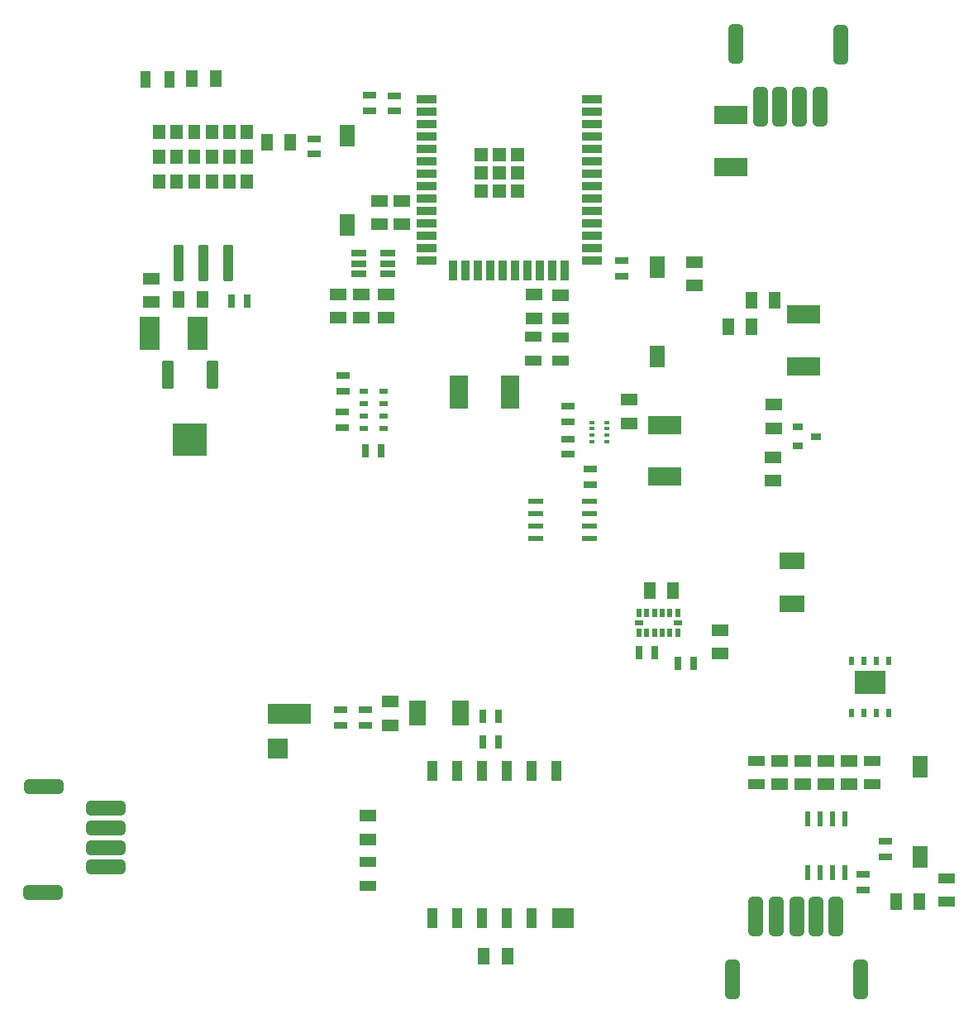
<source format=gtp>
G04*
G04 #@! TF.GenerationSoftware,Altium Limited,Altium Designer,22.9.1 (49)*
G04*
G04 Layer_Color=8421504*
%FSLAX25Y25*%
%MOIN*%
G70*
G04*
G04 #@! TF.SameCoordinates,F91FD0B8-2741-413C-87D7-DF85A8DA950D*
G04*
G04*
G04 #@! TF.FilePolarity,Positive*
G04*
G01*
G75*
G04:AMPARAMS|DCode=15|XSize=59.06mil|YSize=157.48mil|CornerRadius=14.76mil|HoleSize=0mil|Usage=FLASHONLY|Rotation=180.000|XOffset=0mil|YOffset=0mil|HoleType=Round|Shape=RoundedRectangle|*
%AMROUNDEDRECTD15*
21,1,0.05906,0.12795,0,0,180.0*
21,1,0.02953,0.15748,0,0,180.0*
1,1,0.02953,-0.01476,0.06398*
1,1,0.02953,0.01476,0.06398*
1,1,0.02953,0.01476,-0.06398*
1,1,0.02953,-0.01476,-0.06398*
%
%ADD15ROUNDEDRECTD15*%
%ADD16R,0.04724X0.07087*%
%ADD17R,0.07087X0.04724*%
%ADD18R,0.06299X0.08583*%
%ADD19R,0.06693X0.04331*%
%ADD20R,0.03150X0.05512*%
%ADD21R,0.03740X0.02362*%
%ADD22R,0.02362X0.03740*%
%ADD23R,0.04331X0.03150*%
%ADD24R,0.09843X0.07087*%
%ADD25R,0.05512X0.03150*%
%ADD26R,0.01968X0.05906*%
%ADD27R,0.01968X0.01378*%
%ADD28R,0.05906X0.01968*%
%ADD29R,0.07087X0.09843*%
%ADD30R,0.06299X0.02756*%
%ADD31R,0.07874X0.03543*%
%ADD32R,0.05236X0.05236*%
%ADD33R,0.03543X0.07874*%
G04:AMPARAMS|DCode=34|XSize=111.42mil|YSize=48.03mil|CornerRadius=6mil|HoleSize=0mil|Usage=FLASHONLY|Rotation=270.000|XOffset=0mil|YOffset=0mil|HoleType=Round|Shape=RoundedRectangle|*
%AMROUNDEDRECTD34*
21,1,0.11142,0.03602,0,0,270.0*
21,1,0.09941,0.04803,0,0,270.0*
1,1,0.01201,-0.01801,-0.04970*
1,1,0.01201,-0.01801,0.04970*
1,1,0.01201,0.01801,0.04970*
1,1,0.01201,0.01801,-0.04970*
%
%ADD34ROUNDEDRECTD34*%
%ADD35R,0.08150X0.13819*%
G04:AMPARAMS|DCode=36|XSize=149.21mil|YSize=38.98mil|CornerRadius=4.87mil|HoleSize=0mil|Usage=FLASHONLY|Rotation=90.000|XOffset=0mil|YOffset=0mil|HoleType=Round|Shape=RoundedRectangle|*
%AMROUNDEDRECTD36*
21,1,0.14921,0.02923,0,0,90.0*
21,1,0.13947,0.03898,0,0,90.0*
1,1,0.00974,0.01462,0.06973*
1,1,0.00974,0.01462,-0.06973*
1,1,0.00974,-0.01462,-0.06973*
1,1,0.00974,-0.01462,0.06973*
%
%ADD36ROUNDEDRECTD36*%
%ADD37R,0.04331X0.06693*%
%ADD38R,0.17717X0.07874*%
%ADD39R,0.07874X0.07874*%
G04:AMPARAMS|DCode=40|XSize=59.06mil|YSize=157.48mil|CornerRadius=14.76mil|HoleSize=0mil|Usage=FLASHONLY|Rotation=90.000|XOffset=0mil|YOffset=0mil|HoleType=Round|Shape=RoundedRectangle|*
%AMROUNDEDRECTD40*
21,1,0.05906,0.12795,0,0,90.0*
21,1,0.02953,0.15748,0,0,90.0*
1,1,0.02953,0.06398,0.01476*
1,1,0.02953,0.06398,-0.01476*
1,1,0.02953,-0.06398,-0.01476*
1,1,0.02953,-0.06398,0.01476*
%
%ADD40ROUNDEDRECTD40*%
G04:AMPARAMS|DCode=41|XSize=74.8mil|YSize=132.68mil|CornerRadius=2.62mil|HoleSize=0mil|Usage=FLASHONLY|Rotation=90.000|XOffset=0mil|YOffset=0mil|HoleType=Round|Shape=RoundedRectangle|*
%AMROUNDEDRECTD41*
21,1,0.07480,0.12744,0,0,90.0*
21,1,0.06957,0.13268,0,0,90.0*
1,1,0.00524,0.06372,0.03478*
1,1,0.00524,0.06372,-0.03478*
1,1,0.00524,-0.06372,-0.03478*
1,1,0.00524,-0.06372,0.03478*
%
%ADD41ROUNDEDRECTD41*%
G04:AMPARAMS|DCode=42|XSize=74.8mil|YSize=132.68mil|CornerRadius=2.62mil|HoleSize=0mil|Usage=FLASHONLY|Rotation=0.000|XOffset=0mil|YOffset=0mil|HoleType=Round|Shape=RoundedRectangle|*
%AMROUNDEDRECTD42*
21,1,0.07480,0.12744,0,0,0.0*
21,1,0.06957,0.13268,0,0,0.0*
1,1,0.00524,0.03478,-0.06372*
1,1,0.00524,-0.03478,-0.06372*
1,1,0.00524,-0.03478,0.06372*
1,1,0.00524,0.03478,0.06372*
%
%ADD42ROUNDEDRECTD42*%
%ADD43R,0.08858X0.07874*%
%ADD44R,0.03937X0.07874*%
%ADD45R,0.02441X0.03701*%
G36*
X100858Y346843D02*
X95898D01*
Y352551D01*
X100858D01*
Y346843D01*
D02*
G37*
G36*
X93772D02*
X88811D01*
Y352551D01*
X93772D01*
Y346843D01*
D02*
G37*
G36*
X86685D02*
X81724D01*
Y352551D01*
X86685D01*
Y346843D01*
D02*
G37*
G36*
X79598D02*
X74638D01*
Y352551D01*
X79598D01*
Y346843D01*
D02*
G37*
G36*
X72512D02*
X67551D01*
Y352551D01*
X72512D01*
Y346843D01*
D02*
G37*
G36*
X65425D02*
X60465D01*
Y352551D01*
X65425D01*
Y346843D01*
D02*
G37*
G36*
X100858Y336842D02*
X95898D01*
Y342551D01*
X100858D01*
Y336842D01*
D02*
G37*
G36*
X93772D02*
X88811D01*
Y342551D01*
X93772D01*
Y336842D01*
D02*
G37*
G36*
X86685D02*
X81724D01*
Y342551D01*
X86685D01*
Y336842D01*
D02*
G37*
G36*
X79598D02*
X74638D01*
Y342551D01*
X79598D01*
Y336842D01*
D02*
G37*
G36*
X72512D02*
X67551D01*
Y342551D01*
X72512D01*
Y336842D01*
D02*
G37*
G36*
X65425D02*
X60465D01*
Y342551D01*
X65425D01*
Y336842D01*
D02*
G37*
G36*
X100858Y326842D02*
X95898D01*
Y332551D01*
X100858D01*
Y326842D01*
D02*
G37*
G36*
X93772D02*
X88811D01*
Y332551D01*
X93772D01*
Y326842D01*
D02*
G37*
G36*
X86685D02*
X81724D01*
Y332551D01*
X86685D01*
Y326842D01*
D02*
G37*
G36*
X79598D02*
X74638D01*
Y332551D01*
X79598D01*
Y326842D01*
D02*
G37*
G36*
X72512D02*
X67551D01*
Y332551D01*
X72512D01*
Y326842D01*
D02*
G37*
G36*
X65425D02*
X60465D01*
Y332551D01*
X65425D01*
Y326842D01*
D02*
G37*
G36*
X82216Y219153D02*
X68583D01*
Y232140D01*
X82216D01*
Y219153D01*
D02*
G37*
G36*
X355800Y123264D02*
X343587D01*
Y132717D01*
X355800D01*
Y123264D01*
D02*
G37*
D15*
X303512Y33492D02*
D03*
X335697D02*
D03*
X327941D02*
D03*
X320028D02*
D03*
X311799D02*
D03*
X345776Y8098D02*
D03*
X294102D02*
D03*
X305433Y359846D02*
D03*
X313189D02*
D03*
X321102D02*
D03*
X329331D02*
D03*
X295354Y385240D02*
D03*
X337913Y385043D02*
D03*
D16*
X311260Y281787D02*
D03*
X301811D02*
D03*
X301748Y271284D02*
D03*
X292299D02*
D03*
X270220Y165075D02*
D03*
X260772D02*
D03*
X369508Y39618D02*
D03*
X360059D02*
D03*
X193835Y17500D02*
D03*
X203283D02*
D03*
X70909Y282260D02*
D03*
X80358D02*
D03*
X85728Y371248D02*
D03*
X76279D02*
D03*
X115736Y345563D02*
D03*
X106287D02*
D03*
D17*
X278941Y287968D02*
D03*
Y297417D02*
D03*
X224685Y284083D02*
D03*
Y274634D02*
D03*
X214008Y284177D02*
D03*
Y274728D02*
D03*
X310606Y218563D02*
D03*
Y209114D02*
D03*
X310622Y239815D02*
D03*
Y230366D02*
D03*
X331933Y96280D02*
D03*
Y86831D02*
D03*
X341090Y86843D02*
D03*
Y96291D02*
D03*
X322543Y96280D02*
D03*
Y86831D02*
D03*
X313090Y96256D02*
D03*
Y86807D02*
D03*
X252524Y232350D02*
D03*
Y241799D02*
D03*
X155980Y110685D02*
D03*
Y120134D02*
D03*
X147221Y64728D02*
D03*
Y74177D02*
D03*
X154469Y284390D02*
D03*
Y274941D02*
D03*
X144504Y284303D02*
D03*
Y274854D02*
D03*
X135244Y284213D02*
D03*
Y274764D02*
D03*
X151665Y321949D02*
D03*
Y312500D02*
D03*
X160630Y312539D02*
D03*
Y321988D02*
D03*
X59709Y281264D02*
D03*
Y290713D02*
D03*
X289201Y139488D02*
D03*
Y148937D02*
D03*
D18*
X263898Y259134D02*
D03*
Y295354D02*
D03*
X369646Y93768D02*
D03*
Y57547D02*
D03*
X138784Y312150D02*
D03*
Y348370D02*
D03*
D19*
X224780Y257598D02*
D03*
Y267047D02*
D03*
X213917Y257689D02*
D03*
Y267138D02*
D03*
X350453Y96358D02*
D03*
Y86910D02*
D03*
X303709Y96354D02*
D03*
Y86905D02*
D03*
X380559Y39630D02*
D03*
Y49079D02*
D03*
X147209Y46000D02*
D03*
Y55449D02*
D03*
D20*
X262653Y139764D02*
D03*
X256354D02*
D03*
X278437Y135512D02*
D03*
X272138D02*
D03*
X193472Y114138D02*
D03*
X199772D02*
D03*
X193378Y103996D02*
D03*
X199677D02*
D03*
X146118Y221252D02*
D03*
X152417D02*
D03*
X92067Y281492D02*
D03*
X98366D02*
D03*
D21*
X272087Y151906D02*
D03*
X256339D02*
D03*
X145461Y245185D02*
D03*
Y240264D02*
D03*
Y235343D02*
D03*
Y230421D02*
D03*
X153335D02*
D03*
Y235343D02*
D03*
Y240264D02*
D03*
Y245185D02*
D03*
D22*
X256339Y147968D02*
D03*
X259488D02*
D03*
X262638D02*
D03*
X265787D02*
D03*
X268937D02*
D03*
X272087D02*
D03*
Y155842D02*
D03*
X268937D02*
D03*
X265787D02*
D03*
X262638D02*
D03*
X259488D02*
D03*
X256339D02*
D03*
D23*
X327819Y227016D02*
D03*
X320339Y223276D02*
D03*
Y230756D02*
D03*
D24*
X318181Y159583D02*
D03*
Y176906D02*
D03*
D25*
X355720Y57717D02*
D03*
Y64016D02*
D03*
X346744Y44417D02*
D03*
Y50717D02*
D03*
X227858Y233035D02*
D03*
Y239335D02*
D03*
X227811Y226067D02*
D03*
Y219768D02*
D03*
X236854Y207559D02*
D03*
Y213858D02*
D03*
X146000Y110634D02*
D03*
Y116933D02*
D03*
X136126Y110591D02*
D03*
Y116890D02*
D03*
X137016Y245256D02*
D03*
Y251555D02*
D03*
X136779Y236858D02*
D03*
Y230559D02*
D03*
X125543Y347087D02*
D03*
Y340787D02*
D03*
X157866Y358106D02*
D03*
Y364405D02*
D03*
X147736Y358146D02*
D03*
Y364445D02*
D03*
X249429Y291598D02*
D03*
Y297898D02*
D03*
D26*
X339472Y72760D02*
D03*
X334472D02*
D03*
X329472D02*
D03*
X324472D02*
D03*
Y51106D02*
D03*
X329472D02*
D03*
X334472D02*
D03*
X339472D02*
D03*
D27*
X243606Y230126D02*
D03*
X237307D02*
D03*
Y227567D02*
D03*
Y232685D02*
D03*
X243606D02*
D03*
X237307Y225008D02*
D03*
X243606Y227567D02*
D03*
Y225008D02*
D03*
D28*
X214906Y200988D02*
D03*
Y195988D02*
D03*
Y190988D02*
D03*
Y185988D02*
D03*
X236559D02*
D03*
Y190988D02*
D03*
Y195988D02*
D03*
Y200988D02*
D03*
D29*
X184476Y115559D02*
D03*
X167154D02*
D03*
D30*
X143409Y300795D02*
D03*
Y296661D02*
D03*
Y292527D02*
D03*
X155220Y300795D02*
D03*
Y296661D02*
D03*
Y292527D02*
D03*
D31*
X170636Y337795D02*
D03*
X237565Y362795D02*
D03*
Y357795D02*
D03*
Y352795D02*
D03*
Y347795D02*
D03*
Y342795D02*
D03*
Y337795D02*
D03*
Y332795D02*
D03*
Y327795D02*
D03*
Y322795D02*
D03*
Y317795D02*
D03*
Y312795D02*
D03*
Y307795D02*
D03*
Y302795D02*
D03*
Y297795D02*
D03*
X170636D02*
D03*
Y302795D02*
D03*
Y307795D02*
D03*
Y312795D02*
D03*
Y317795D02*
D03*
Y322795D02*
D03*
Y327795D02*
D03*
Y332795D02*
D03*
Y342795D02*
D03*
Y347795D02*
D03*
Y352795D02*
D03*
Y357795D02*
D03*
Y362795D02*
D03*
D32*
X207388Y326043D02*
D03*
X200163D02*
D03*
X192939D02*
D03*
X207388Y333268D02*
D03*
X200163D02*
D03*
X192939D02*
D03*
X207388Y340492D02*
D03*
X200163D02*
D03*
X192939D02*
D03*
D33*
X226600Y293858D02*
D03*
X221600D02*
D03*
X216600D02*
D03*
X211600D02*
D03*
X206600D02*
D03*
X201600D02*
D03*
X196600D02*
D03*
X191600D02*
D03*
X186600D02*
D03*
X181600D02*
D03*
D34*
X66378Y251831D02*
D03*
X84409D02*
D03*
D35*
X58984Y268669D02*
D03*
X78441D02*
D03*
D36*
X90661Y296862D02*
D03*
X80661D02*
D03*
X70661D02*
D03*
D37*
X57598Y371083D02*
D03*
X67047D02*
D03*
D38*
X115551Y115161D02*
D03*
D39*
X110630Y101185D02*
D03*
D40*
X41581Y53480D02*
D03*
Y61236D02*
D03*
Y69150D02*
D03*
Y77378D02*
D03*
X16187Y43402D02*
D03*
X16384Y85961D02*
D03*
D41*
X293595Y335669D02*
D03*
Y356614D02*
D03*
X322866Y255323D02*
D03*
Y276268D02*
D03*
X266634Y210780D02*
D03*
Y231724D02*
D03*
D42*
X183622Y244795D02*
D03*
X204567D02*
D03*
D43*
X225709Y32953D02*
D03*
D44*
X213268Y92205D02*
D03*
X203268D02*
D03*
X193268D02*
D03*
X183268D02*
D03*
X173268D02*
D03*
Y32953D02*
D03*
X183268D02*
D03*
X193268D02*
D03*
X203268D02*
D03*
X213268D02*
D03*
X223268Y92205D02*
D03*
D45*
X342189Y136476D02*
D03*
X347189D02*
D03*
X352189D02*
D03*
X357189D02*
D03*
X342189Y115571D02*
D03*
X347189D02*
D03*
X352189D02*
D03*
X357189D02*
D03*
M02*

</source>
